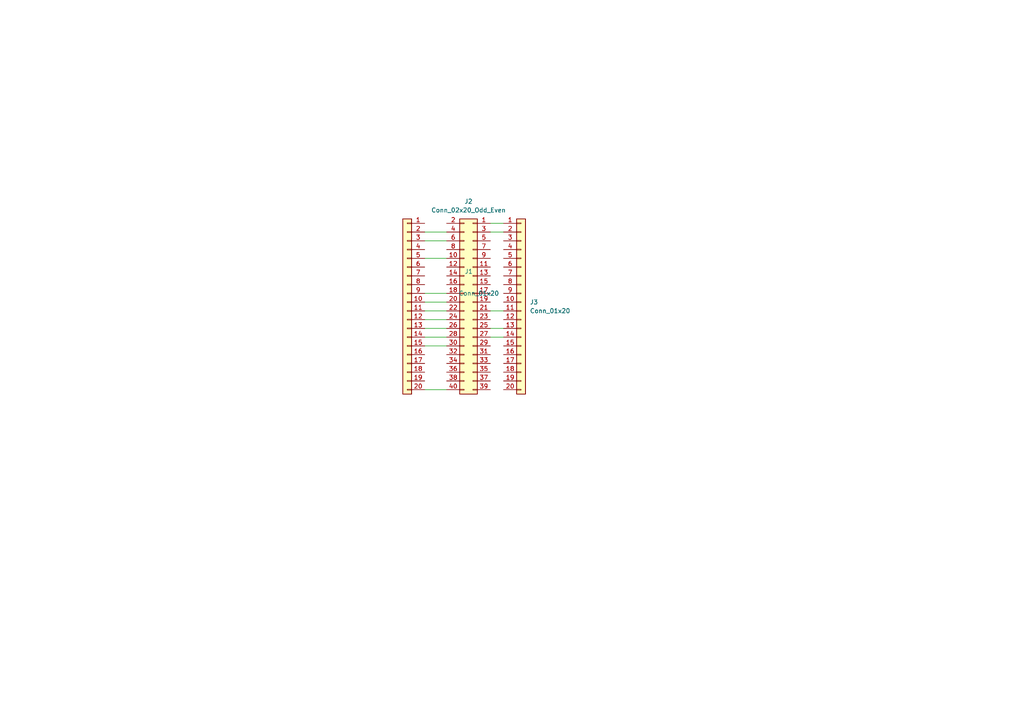
<source format=kicad_sch>
(kicad_sch (version 20211123) (generator eeschema)
  (paper "A4")
  (lib_symbols
    (symbol "Connector_Generic:Conn_01x20" (pin_names (offset 1.016) hide)
      (property "Reference" "J" (at 0 25.4 0))
      (property "Value" "Conn_01x20" (at 0 -27.94 0))
      (symbol "Conn_01x20_1_1"
        (rectangle (start -1.27 -25.273) (end 0 -25.527) (stroke (width 0.1524)))
        (rectangle (start -1.27 -22.733) (end 0 -22.987) (stroke (width 0.1524)))
        (rectangle (start -1.27 -20.193) (end 0 -20.447) (stroke (width 0.1524)))
        (rectangle (start -1.27 -17.653) (end 0 -17.907) (stroke (width 0.1524)))
        (rectangle (start -1.27 -15.113) (end 0 -15.367) (stroke (width 0.1524)))
        (rectangle (start -1.27 -12.573) (end 0 -12.827) (stroke (width 0.1524)))
        (rectangle (start -1.27 -10.033) (end 0 -10.287) (stroke (width 0.1524)))
        (rectangle (start -1.27 -7.493) (end 0 -7.747) (stroke (width 0.1524)))
        (rectangle (start -1.27 -4.953) (end 0 -5.207) (stroke (width 0.1524)))
        (rectangle (start -1.27 -2.413) (end 0 -2.667) (stroke (width 0.1524)))
        (rectangle (start -1.27 0.127) (end 0 -0.127) (stroke (width 0.1524)))
        (rectangle (start -1.27 2.667) (end 0 2.413) (stroke (width 0.1524)))
        (rectangle (start -1.27 5.207) (end 0 4.953) (stroke (width 0.1524)))
        (rectangle (start -1.27 7.747) (end 0 7.493) (stroke (width 0.1524)))
        (rectangle (start -1.27 10.287) (end 0 10.033) (stroke (width 0.1524)))
        (rectangle (start -1.27 12.827) (end 0 12.573) (stroke (width 0.1524)))
        (rectangle (start -1.27 15.367) (end 0 15.113) (stroke (width 0.1524)))
        (rectangle (start -1.27 17.907) (end 0 17.653) (stroke (width 0.1524)))
        (rectangle (start -1.27 20.447) (end 0 20.193) (stroke (width 0.1524)))
        (rectangle (start -1.27 22.987) (end 0 22.733) (stroke (width 0.1524)))
        (rectangle (start -1.27 24.13) (end 1.27 -26.67) (stroke (width 0.254)) (fill (type background)))
        (pin passive line (at -5.08 22.86 0) (length 3.81) (name "Pin_1") (number "1"))
        (pin passive line (at -5.08 0 0) (length 3.81) (name "Pin_10") (number "10"))
        (pin passive line (at -5.08 -2.54 0) (length 3.81) (name "Pin_11") (number "11"))
        (pin passive line (at -5.08 -5.08 0) (length 3.81) (name "Pin_12") (number "12"))
        (pin passive line (at -5.08 -7.62 0) (length 3.81) (name "Pin_13") (number "13"))
        (pin passive line (at -5.08 -10.16 0) (length 3.81) (name "Pin_14") (number "14"))
        (pin passive line (at -5.08 -12.7 0) (length 3.81) (name "Pin_15") (number "15"))
        (pin passive line (at -5.08 -15.24 0) (length 3.81) (name "Pin_16") (number "16"))
        (pin passive line (at -5.08 -17.78 0) (length 3.81) (name "Pin_17") (number "17"))
        (pin passive line (at -5.08 -20.32 0) (length 3.81) (name "Pin_18") (number "18"))
        (pin passive line (at -5.08 -22.86 0) (length 3.81) (name "Pin_19") (number "19"))
        (pin passive line (at -5.08 20.32 0) (length 3.81) (name "Pin_2") (number "2"))
        (pin passive line (at -5.08 -25.4 0) (length 3.81) (name "Pin_20") (number "20"))
        (pin passive line (at -5.08 17.78 0) (length 3.81) (name "Pin_3") (number "3"))
        (pin passive line (at -5.08 15.24 0) (length 3.81) (name "Pin_4") (number "4"))
        (pin passive line (at -5.08 12.7 0) (length 3.81) (name "Pin_5") (number "5"))
        (pin passive line (at -5.08 10.16 0) (length 3.81) (name "Pin_6") (number "6"))
        (pin passive line (at -5.08 7.62 0) (length 3.81) (name "Pin_7") (number "7"))
        (pin passive line (at -5.08 5.08 0) (length 3.81) (name "Pin_8") (number "8"))
        (pin passive line (at -5.08 2.54 0) (length 3.81) (name "Pin_9") (number "9"))
      )
    )
    (symbol "Connector_Generic:Conn_02x20_Odd_Even" (pin_names (offset 1.016) hide)
      (property "Reference" "J" (at 1.27 25.4 0))
      (property "Value" "Conn_02x20_Odd_Even" (at 1.27 -27.94 0))
      (symbol "Conn_02x20_Odd_Even_1_1"
        (rectangle (start -1.27 -25.273) (end 0 -25.527) (stroke (width 0.1524)))
        (rectangle (start -1.27 -22.733) (end 0 -22.987) (stroke (width 0.1524)))
        (rectangle (start -1.27 -20.193) (end 0 -20.447) (stroke (width 0.1524)))
        (rectangle (start -1.27 -17.653) (end 0 -17.907) (stroke (width 0.1524)))
        (rectangle (start -1.27 -15.113) (end 0 -15.367) (stroke (width 0.1524)))
        (rectangle (start -1.27 -12.573) (end 0 -12.827) (stroke (width 0.1524)))
        (rectangle (start -1.27 -10.033) (end 0 -10.287) (stroke (width 0.1524)))
        (rectangle (start -1.27 -7.493) (end 0 -7.747) (stroke (width 0.1524)))
        (rectangle (start -1.27 -4.953) (end 0 -5.207) (stroke (width 0.1524)))
        (rectangle (start -1.27 -2.413) (end 0 -2.667) (stroke (width 0.1524)))
        (rectangle (start -1.27 0.127) (end 0 -0.127) (stroke (width 0.1524)))
        (rectangle (start -1.27 2.667) (end 0 2.413) (stroke (width 0.1524)))
        (rectangle (start -1.27 5.207) (end 0 4.953) (stroke (width 0.1524)))
        (rectangle (start -1.27 7.747) (end 0 7.493) (stroke (width 0.1524)))
        (rectangle (start -1.27 10.287) (end 0 10.033) (stroke (width 0.1524)))
        (rectangle (start -1.27 12.827) (end 0 12.573) (stroke (width 0.1524)))
        (rectangle (start -1.27 15.367) (end 0 15.113) (stroke (width 0.1524)))
        (rectangle (start -1.27 17.907) (end 0 17.653) (stroke (width 0.1524)))
        (rectangle (start -1.27 20.447) (end 0 20.193) (stroke (width 0.1524)))
        (rectangle (start -1.27 22.987) (end 0 22.733) (stroke (width 0.1524)))
        (rectangle (start -1.27 24.13) (end 3.81 -26.67) (stroke (width 0.254)) (fill (type background)))
        (rectangle (start 3.81 -25.273) (end 2.54 -25.527) (stroke (width 0.1524)))
        (rectangle (start 3.81 -22.733) (end 2.54 -22.987) (stroke (width 0.1524)))
        (rectangle (start 3.81 -20.193) (end 2.54 -20.447) (stroke (width 0.1524)))
        (rectangle (start 3.81 -17.653) (end 2.54 -17.907) (stroke (width 0.1524)))
        (rectangle (start 3.81 -15.113) (end 2.54 -15.367) (stroke (width 0.1524)))
        (rectangle (start 3.81 -12.573) (end 2.54 -12.827) (stroke (width 0.1524)))
        (rectangle (start 3.81 -10.033) (end 2.54 -10.287) (stroke (width 0.1524)))
        (rectangle (start 3.81 -7.493) (end 2.54 -7.747) (stroke (width 0.1524)))
        (rectangle (start 3.81 -4.953) (end 2.54 -5.207) (stroke (width 0.1524)))
        (rectangle (start 3.81 -2.413) (end 2.54 -2.667) (stroke (width 0.1524)))
        (rectangle (start 3.81 0.127) (end 2.54 -0.127) (stroke (width 0.1524)))
        (rectangle (start 3.81 2.667) (end 2.54 2.413) (stroke (width 0.1524)))
        (rectangle (start 3.81 5.207) (end 2.54 4.953) (stroke (width 0.1524)))
        (rectangle (start 3.81 7.747) (end 2.54 7.493) (stroke (width 0.1524)))
        (rectangle (start 3.81 10.287) (end 2.54 10.033) (stroke (width 0.1524)))
        (rectangle (start 3.81 12.827) (end 2.54 12.573) (stroke (width 0.1524)))
        (rectangle (start 3.81 15.367) (end 2.54 15.113) (stroke (width 0.1524)))
        (rectangle (start 3.81 17.907) (end 2.54 17.653) (stroke (width 0.1524)))
        (rectangle (start 3.81 20.447) (end 2.54 20.193) (stroke (width 0.1524)))
        (rectangle (start 3.81 22.987) (end 2.54 22.733) (stroke (width 0.1524)))
        (pin passive line (at -5.08 22.86 0) (length 3.81) (name "Pin_1") (number "1"))
        (pin passive line (at 7.62 12.7 180) (length 3.81) (name "Pin_10") (number "10"))
        (pin passive line (at -5.08 10.16 0) (length 3.81) (name "Pin_11") (number "11"))
        (pin passive line (at 7.62 10.16 180) (length 3.81) (name "Pin_12") (number "12"))
        (pin passive line (at -5.08 7.62 0) (length 3.81) (name "Pin_13") (number "13"))
        (pin passive line (at 7.62 7.62 180) (length 3.81) (name "Pin_14") (number "14"))
        (pin passive line (at -5.08 5.08 0) (length 3.81) (name "Pin_15") (number "15"))
        (pin passive line (at 7.62 5.08 180) (length 3.81) (name "Pin_16") (number "16"))
        (pin passive line (at -5.08 2.54 0) (length 3.81) (name "Pin_17") (number "17"))
        (pin passive line (at 7.62 2.54 180) (length 3.81) (name "Pin_18") (number "18"))
        (pin passive line (at -5.08 0 0) (length 3.81) (name "Pin_19") (number "19"))
        (pin passive line (at 7.62 22.86 180) (length 3.81) (name "Pin_2") (number "2"))
        (pin passive line (at 7.62 0 180) (length 3.81) (name "Pin_20") (number "20"))
        (pin passive line (at -5.08 -2.54 0) (length 3.81) (name "Pin_21") (number "21"))
        (pin passive line (at 7.62 -2.54 180) (length 3.81) (name "Pin_22") (number "22"))
        (pin passive line (at -5.08 -5.08 0) (length 3.81) (name "Pin_23") (number "23"))
        (pin passive line (at 7.62 -5.08 180) (length 3.81) (name "Pin_24") (number "24"))
        (pin passive line (at -5.08 -7.62 0) (length 3.81) (name "Pin_25") (number "25"))
        (pin passive line (at 7.62 -7.62 180) (length 3.81) (name "Pin_26") (number "26"))
        (pin passive line (at -5.08 -10.16 0) (length 3.81) (name "Pin_27") (number "27"))
        (pin passive line (at 7.62 -10.16 180) (length 3.81) (name "Pin_28") (number "28"))
        (pin passive line (at -5.08 -12.7 0) (length 3.81) (name "Pin_29") (number "29"))
        (pin passive line (at -5.08 20.32 0) (length 3.81) (name "Pin_3") (number "3"))
        (pin passive line (at 7.62 -12.7 180) (length 3.81) (name "Pin_30") (number "30"))
        (pin passive line (at -5.08 -15.24 0) (length 3.81) (name "Pin_31") (number "31"))
        (pin passive line (at 7.62 -15.24 180) (length 3.81) (name "Pin_32") (number "32"))
        (pin passive line (at -5.08 -17.78 0) (length 3.81) (name "Pin_33") (number "33"))
        (pin passive line (at 7.62 -17.78 180) (length 3.81) (name "Pin_34") (number "34"))
        (pin passive line (at -5.08 -20.32 0) (length 3.81) (name "Pin_35") (number "35"))
        (pin passive line (at 7.62 -20.32 180) (length 3.81) (name "Pin_36") (number "36"))
        (pin passive line (at -5.08 -22.86 0) (length 3.81) (name "Pin_37") (number "37"))
        (pin passive line (at 7.62 -22.86 180) (length 3.81) (name "Pin_38") (number "38"))
        (pin passive line (at -5.08 -25.4 0) (length 3.81) (name "Pin_39") (number "39"))
        (pin passive line (at 7.62 20.32 180) (length 3.81) (name "Pin_4") (number "4"))
        (pin passive line (at 7.62 -25.4 180) (length 3.81) (name "Pin_40") (number "40"))
        (pin passive line (at -5.08 17.78 0) (length 3.81) (name "Pin_5") (number "5"))
        (pin passive line (at 7.62 17.78 180) (length 3.81) (name "Pin_6") (number "6"))
        (pin passive line (at -5.08 15.24 0) (length 3.81) (name "Pin_7") (number "7"))
        (pin passive line (at 7.62 15.24 180) (length 3.81) (name "Pin_8") (number "8"))
        (pin passive line (at -5.08 12.7 0) (length 3.81) (name "Pin_9") (number "9"))
      )
    )
  )
  (wire (pts (xy 123.19 92.71) (xy 129.54 92.71)))
  (wire (pts (xy 123.19 85.09) (xy 129.54 85.09)))
  (wire (pts (xy 123.19 97.79) (xy 129.54 97.79)))
  (wire (pts (xy 123.19 87.63) (xy 129.54 87.63)))
  (wire (pts (xy 123.19 69.85) (xy 129.54 69.85)))
  (wire (pts (xy 142.24 95.25) (xy 146.05 95.25)))
  (wire (pts (xy 142.24 64.77) (xy 146.05 64.77)))
  (wire (pts (xy 123.19 67.31) (xy 129.54 67.31)))
  (wire (pts (xy 123.19 113.03) (xy 129.54 113.03)))
  (wire (pts (xy 142.24 90.17) (xy 146.05 90.17)))
  (wire (pts (xy 123.19 95.25) (xy 129.54 95.25)))
  (wire (pts (xy 123.19 100.33) (xy 129.54 100.33)))
  (wire (pts (xy 142.24 67.31) (xy 146.05 67.31)))
  (wire (pts (xy 123.19 90.17) (xy 129.54 90.17)))
  (wire (pts (xy 123.19 74.93) (xy 129.54 74.93)))
  (wire (pts (xy 142.24 97.79) (xy 146.05 97.79)))
  (symbol (lib_id "Connector_Generic:Conn_01x20") (at 118.11 87.63 0) (mirror y) (unit 1)
    (property "Reference" "J1" (at 137.16 78.74 0) (effects (justify left)))
    (property "Value" "Conn_01x20" (at 144.78 85.09 0) (effects (justify left)))
    (property "Footprint" "Connector_PinHeader_2.54mm:PinHeader_1x20_P2.54mm_Vertical" (effects hide))
  )
  (symbol (lib_id "Connector_Generic:Conn_01x20") (at 151.13 87.63 0) (unit 1)
    (property "Reference" "J3" (at 153.67 87.6299 0) (effects (justify left)))
    (property "Value" "Conn_01x20" (at 153.67 90.1699 0) (effects (justify left)))
    (property "Footprint" "Connector_PinHeader_2.54mm:PinHeader_1x20_P2.54mm_Vertical" (effects hide))
  )
  (symbol (lib_id "Connector_Generic:Conn_02x20_Odd_Even") (at 137.16 87.63 0) (mirror y) (unit 1)
    (property "Reference" "J2" (at 135.89 58.42 0))
    (property "Value" "Conn_02x20_Odd_Even" (at 135.89 60.96 0))
    (property "Footprint" "Connector_PinHeader_2.54mm:PinHeader_2x20_P2.54mm_Vertical" (effects hide))
  )
)
</source>
